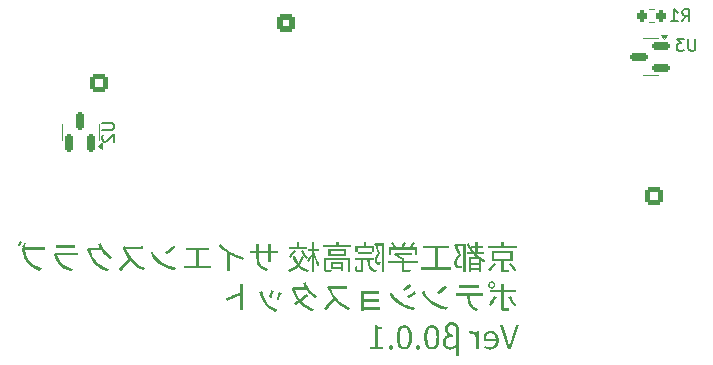
<source format=gbr>
%TF.GenerationSoftware,KiCad,Pcbnew,9.0.1*%
%TF.CreationDate,2025-06-22T18:16:10+09:00*%
%TF.ProjectId,SMU,534d552e-6b69-4636-9164-5f7063625858,rev?*%
%TF.SameCoordinates,Original*%
%TF.FileFunction,Legend,Bot*%
%TF.FilePolarity,Positive*%
%FSLAX46Y46*%
G04 Gerber Fmt 4.6, Leading zero omitted, Abs format (unit mm)*
G04 Created by KiCad (PCBNEW 9.0.1) date 2025-06-22 18:16:10*
%MOMM*%
%LPD*%
G01*
G04 APERTURE LIST*
G04 Aperture macros list*
%AMRoundRect*
0 Rectangle with rounded corners*
0 $1 Rounding radius*
0 $2 $3 $4 $5 $6 $7 $8 $9 X,Y pos of 4 corners*
0 Add a 4 corners polygon primitive as box body*
4,1,4,$2,$3,$4,$5,$6,$7,$8,$9,$2,$3,0*
0 Add four circle primitives for the rounded corners*
1,1,$1+$1,$2,$3*
1,1,$1+$1,$4,$5*
1,1,$1+$1,$6,$7*
1,1,$1+$1,$8,$9*
0 Add four rect primitives between the rounded corners*
20,1,$1+$1,$2,$3,$4,$5,0*
20,1,$1+$1,$4,$5,$6,$7,0*
20,1,$1+$1,$6,$7,$8,$9,0*
20,1,$1+$1,$8,$9,$2,$3,0*%
%AMFreePoly0*
4,1,37,0.603843,0.796157,0.639018,0.796157,0.711114,0.766294,0.766294,0.711114,0.796157,0.639018,0.796157,0.603843,0.800000,0.600000,0.800000,-0.600000,0.796157,-0.603843,0.796157,-0.639018,0.766294,-0.711114,0.711114,-0.766294,0.639018,-0.796157,0.603843,-0.796157,0.600000,-0.800000,0.000000,-0.800000,0.000000,-0.796148,-0.078414,-0.796148,-0.232228,-0.765552,-0.377117,-0.705537,
-0.507515,-0.618408,-0.618408,-0.507515,-0.705537,-0.377117,-0.765552,-0.232228,-0.796148,-0.078414,-0.796148,0.078414,-0.765552,0.232228,-0.705537,0.377117,-0.618408,0.507515,-0.507515,0.618408,-0.377117,0.705537,-0.232228,0.765552,-0.078414,0.796148,0.000000,0.796148,0.000000,0.800000,0.600000,0.800000,0.603843,0.796157,0.603843,0.796157,$1*%
%AMFreePoly1*
4,1,37,0.000000,0.796148,0.078414,0.796148,0.232228,0.765552,0.377117,0.705537,0.507515,0.618408,0.618408,0.507515,0.705537,0.377117,0.765552,0.232228,0.796148,0.078414,0.796148,-0.078414,0.765552,-0.232228,0.705537,-0.377117,0.618408,-0.507515,0.507515,-0.618408,0.377117,-0.705537,0.232228,-0.765552,0.078414,-0.796148,0.000000,-0.796148,0.000000,-0.800000,-0.600000,-0.800000,
-0.603843,-0.796157,-0.639018,-0.796157,-0.711114,-0.766294,-0.766294,-0.711114,-0.796157,-0.639018,-0.796157,-0.603843,-0.800000,-0.600000,-0.800000,0.600000,-0.796157,0.603843,-0.796157,0.639018,-0.766294,0.711114,-0.711114,0.766294,-0.639018,0.796157,-0.603843,0.796157,-0.600000,0.800000,0.000000,0.800000,0.000000,0.796148,0.000000,0.796148,$1*%
G04 Aperture macros list end*
%ADD10C,0.100000*%
%ADD11C,0.150000*%
%ADD12C,0.120000*%
%ADD13C,1.270000*%
%ADD14RoundRect,0.250000X0.550000X0.550000X-0.550000X0.550000X-0.550000X-0.550000X0.550000X-0.550000X0*%
%ADD15C,1.600000*%
%ADD16RoundRect,0.250001X-0.499999X0.499999X-0.499999X-0.499999X0.499999X-0.499999X0.499999X0.499999X0*%
%ADD17C,1.500000*%
%ADD18RoundRect,0.250000X-0.550000X0.550000X-0.550000X-0.550000X0.550000X-0.550000X0.550000X0.550000X0*%
%ADD19C,2.200000*%
%ADD20O,1.600000X2.500000*%
%ADD21O,3.500000X7.000000*%
%ADD22RoundRect,0.250000X-0.550000X-0.550000X0.550000X-0.550000X0.550000X0.550000X-0.550000X0.550000X0*%
%ADD23RoundRect,0.250000X0.550000X-0.550000X0.550000X0.550000X-0.550000X0.550000X-0.550000X-0.550000X0*%
%ADD24RoundRect,0.250001X0.499999X-0.499999X0.499999X0.499999X-0.499999X0.499999X-0.499999X-0.499999X0*%
%ADD25C,1.700000*%
%ADD26R,1.500000X1.500000*%
%ADD27C,1.850000*%
%ADD28RoundRect,0.200000X0.600000X-0.600000X0.600000X0.600000X-0.600000X0.600000X-0.600000X-0.600000X0*%
%ADD29FreePoly0,90.000000*%
%ADD30FreePoly1,90.000000*%
%ADD31RoundRect,0.150000X0.150000X-0.587500X0.150000X0.587500X-0.150000X0.587500X-0.150000X-0.587500X0*%
%ADD32RoundRect,0.200000X0.200000X0.275000X-0.200000X0.275000X-0.200000X-0.275000X0.200000X-0.275000X0*%
%ADD33RoundRect,0.150000X0.587500X0.150000X-0.587500X0.150000X-0.587500X-0.150000X0.587500X-0.150000X0*%
G04 APERTURE END LIST*
D10*
G36*
X76307557Y-178252745D02*
G01*
X75550404Y-178252745D01*
X75550404Y-178967522D01*
X75553999Y-178992608D01*
X75562983Y-179006601D01*
X75579024Y-179014982D01*
X75611831Y-179020645D01*
X75699881Y-179020645D01*
X75847770Y-179020645D01*
X76030586Y-179017836D01*
X75987233Y-179117243D01*
X75957923Y-179216650D01*
X75651887Y-179212376D01*
X75536631Y-179202838D01*
X75457714Y-179185875D01*
X75392290Y-179153172D01*
X75357208Y-179112969D01*
X75339275Y-179059130D01*
X75332051Y-178973018D01*
X75332051Y-178252745D01*
X74534720Y-178252745D01*
X74534720Y-178067976D01*
X74756004Y-178067976D01*
X76100317Y-178067976D01*
X76100317Y-177608921D01*
X74756004Y-177608921D01*
X74756004Y-178067976D01*
X74534720Y-178067976D01*
X74534720Y-177424030D01*
X76307557Y-177424030D01*
X76307557Y-178252745D01*
G37*
G36*
X74912808Y-178510544D02*
G01*
X74719734Y-178719371D01*
X74530690Y-178940778D01*
X74448722Y-179047014D01*
X74391960Y-179132630D01*
X74190338Y-179023454D01*
X74336029Y-178834288D01*
X74527882Y-178619965D01*
X74725230Y-178418098D01*
X74912808Y-178510544D01*
G37*
G36*
X76249403Y-178512662D02*
G01*
X76324532Y-178618499D01*
X76409528Y-178720830D01*
X76503562Y-178818900D01*
X76603690Y-178909934D01*
X76705062Y-178989870D01*
X76618356Y-179044459D01*
X76537145Y-179113091D01*
X76432935Y-179027137D01*
X76328684Y-178928077D01*
X76229445Y-178821704D01*
X76135610Y-178709602D01*
X76049815Y-178593964D01*
X75980272Y-178485387D01*
X76192885Y-178415411D01*
X76249403Y-178512662D01*
G37*
G36*
X75553213Y-176968761D02*
G01*
X76651939Y-176968761D01*
X76651939Y-177170383D01*
X74212686Y-177170383D01*
X74212686Y-176968761D01*
X75332051Y-176968761D01*
X75332051Y-176641231D01*
X75553213Y-176641231D01*
X75553213Y-176968761D01*
G37*
G36*
X73786238Y-176970715D02*
G01*
X72806336Y-176970715D01*
X72806336Y-177158293D01*
X73786238Y-177158293D01*
X73786238Y-176970715D01*
G37*
G36*
X73489727Y-178862131D02*
G01*
X72702899Y-178862131D01*
X72702899Y-179038597D01*
X73489727Y-179038597D01*
X73489727Y-178862131D01*
G37*
G36*
X73489727Y-178397093D02*
G01*
X72700090Y-178397093D01*
X72700090Y-178565132D01*
X73489727Y-178565132D01*
X73489727Y-178397093D01*
G37*
G36*
X73915076Y-177494005D02*
G01*
X72464030Y-177494005D01*
X72464030Y-177681584D01*
X73915076Y-177681584D01*
X73915076Y-177494005D01*
G37*
G36*
X73355027Y-176668342D02*
G01*
X73159145Y-176668342D01*
X73159145Y-177611608D01*
X73355027Y-177611608D01*
X73355027Y-176668342D01*
G37*
G36*
X72609965Y-176741004D02*
G01*
X72418967Y-176799867D01*
X72544126Y-177055924D01*
X72685228Y-177293888D01*
X72842310Y-177514904D01*
X73015652Y-177719930D01*
X73205966Y-177910924D01*
X73407302Y-178082753D01*
X73620135Y-178236198D01*
X73845101Y-178371814D01*
X73880150Y-178317470D01*
X73929120Y-178251769D01*
X73976748Y-178201454D01*
X73752865Y-178077677D01*
X73543625Y-177936661D01*
X73348144Y-177778021D01*
X73165739Y-177601106D01*
X73000116Y-177409013D01*
X72852530Y-177202286D01*
X72722531Y-176979996D01*
X72609965Y-176741004D01*
G37*
G36*
X73425369Y-177947686D02*
G01*
X72711325Y-177947686D01*
X72711325Y-178121221D01*
X73425369Y-178121221D01*
X73425369Y-179203827D01*
X73615757Y-179203827D01*
X73615757Y-178070785D01*
X73500963Y-177947686D01*
X73425369Y-177947686D01*
G37*
G36*
X72792536Y-177947686D02*
G01*
X72590914Y-177947686D01*
X72590914Y-179164626D01*
X72792536Y-179164626D01*
X72792536Y-177947686D01*
G37*
G36*
X72342885Y-176805484D02*
G01*
X71509895Y-176805484D01*
X71509895Y-177004298D01*
X72135767Y-177004298D01*
X72135767Y-179217749D01*
X72342885Y-179217749D01*
X72342885Y-176805484D01*
G37*
G36*
X71560209Y-176805484D02*
G01*
X71521130Y-176805484D01*
X71487424Y-176797180D01*
X71336238Y-176892313D01*
X71530655Y-177318639D01*
X71741803Y-177739225D01*
X71604027Y-177870679D01*
X71512581Y-177986399D01*
X71443971Y-178105598D01*
X71402062Y-178211224D01*
X71377690Y-178317207D01*
X71369822Y-178417976D01*
X71378453Y-178544023D01*
X71402062Y-178644145D01*
X71429240Y-178703249D01*
X71465863Y-178750120D01*
X71512459Y-178786538D01*
X71592769Y-178826563D01*
X71702602Y-178850896D01*
X71828387Y-178856514D01*
X71965286Y-178853705D01*
X71983482Y-178750024D01*
X72002330Y-178693773D01*
X72026835Y-178646343D01*
X71895554Y-178653426D01*
X71789431Y-178651960D01*
X71716769Y-178643534D01*
X71658028Y-178621308D01*
X71618000Y-178586211D01*
X71590983Y-178534602D01*
X71577247Y-178473473D01*
X71574253Y-178400512D01*
X71582455Y-178312888D01*
X71608503Y-178216323D01*
X71655341Y-178108764D01*
X71717832Y-178009849D01*
X71815407Y-177896661D01*
X71956981Y-177766580D01*
X71845362Y-177536137D01*
X71736308Y-177294459D01*
X71638489Y-177065359D01*
X71560209Y-176872651D01*
X71560209Y-176805484D01*
G37*
G36*
X70944473Y-176958258D02*
G01*
X68715757Y-176958258D01*
X68715757Y-177173925D01*
X70944473Y-177173925D01*
X70944473Y-176958258D01*
G37*
G36*
X71090163Y-178791789D02*
G01*
X68572875Y-178791789D01*
X68572875Y-179001838D01*
X71090163Y-179001838D01*
X71090163Y-178791789D01*
G37*
G36*
X69958953Y-177067557D02*
G01*
X69726556Y-177067557D01*
X69726556Y-178878618D01*
X69958953Y-178878618D01*
X69958953Y-177067557D01*
G37*
G36*
X67794351Y-177588161D02*
G01*
X66402899Y-177588161D01*
X66402899Y-177772930D01*
X67794351Y-177772930D01*
X67794351Y-177588161D01*
G37*
G36*
X68264274Y-178225635D02*
G01*
X65785819Y-178225635D01*
X65785819Y-178424448D01*
X68264274Y-178424448D01*
X68264274Y-178225635D01*
G37*
G36*
X67137581Y-178024012D02*
G01*
X66924846Y-178024012D01*
X66924846Y-178965812D01*
X66933154Y-179054216D01*
X66954155Y-179111015D01*
X66993323Y-179153378D01*
X67061866Y-179186486D01*
X67143600Y-179203793D01*
X67261779Y-179214452D01*
X67579173Y-179220069D01*
X67616908Y-179116388D01*
X67671374Y-179015638D01*
X67467309Y-179019790D01*
X67303911Y-179021256D01*
X67207435Y-179018447D01*
X67169599Y-179012334D01*
X67151625Y-179003060D01*
X67141469Y-178987711D01*
X67137581Y-178962637D01*
X67137581Y-178024012D01*
G37*
G36*
X66467257Y-177588161D02*
G01*
X66416943Y-177588161D01*
X66372369Y-177576926D01*
X66235715Y-177678897D01*
X66336577Y-177772003D01*
X66456510Y-177868185D01*
X66584401Y-177958707D01*
X66719438Y-178043429D01*
X66857517Y-178119998D01*
X66989204Y-178183625D01*
X67046723Y-178117801D01*
X67106807Y-178060404D01*
X66988892Y-178002887D01*
X66865983Y-177934009D01*
X66746785Y-177858431D01*
X66639204Y-177780990D01*
X66540921Y-177699835D01*
X66467257Y-177627850D01*
X66467257Y-177588161D01*
G37*
G36*
X68208342Y-177108590D02*
G01*
X65833447Y-177108590D01*
X65833447Y-177735683D01*
X66043374Y-177735683D01*
X66043374Y-177298977D01*
X68006720Y-177298977D01*
X68006720Y-177735683D01*
X68208342Y-177735683D01*
X68208342Y-177108590D01*
G37*
G36*
X66205307Y-176660526D02*
G01*
X65984633Y-176736120D01*
X66178440Y-176996605D01*
X66369438Y-177220575D01*
X66537843Y-177147791D01*
X66419019Y-176997948D01*
X66298852Y-176824413D01*
X66205307Y-176660526D01*
G37*
G36*
X68015512Y-176758590D02*
G01*
X67839047Y-176677379D01*
X67760137Y-176768001D01*
X67681144Y-176871919D01*
X67612317Y-176978626D01*
X67570746Y-177063771D01*
X67755272Y-177156217D01*
X67796330Y-177072705D01*
X67864448Y-176963021D01*
X68015512Y-176758590D01*
G37*
G36*
X67297194Y-176699727D02*
G01*
X67115233Y-176629752D01*
X67047258Y-176734011D01*
X66979190Y-176852379D01*
X66920222Y-176971030D01*
X66885279Y-177060963D01*
X67081650Y-177139364D01*
X67111878Y-177046784D01*
X67167013Y-176925163D01*
X67232294Y-176804338D01*
X67297194Y-176699727D01*
G37*
G36*
X63920781Y-176652711D02*
G01*
X63713541Y-176652711D01*
X63713541Y-177066580D01*
X63920781Y-177066580D01*
X63920781Y-176652711D01*
G37*
G36*
X64595502Y-176962899D02*
G01*
X62985453Y-176962899D01*
X62985453Y-177477152D01*
X63181458Y-177477152D01*
X63181458Y-177147669D01*
X64405115Y-177147669D01*
X64405115Y-177479961D01*
X64595502Y-177479961D01*
X64595502Y-176962899D01*
G37*
G36*
X64368845Y-177463108D02*
G01*
X63212355Y-177463108D01*
X63212355Y-177648000D01*
X64368845Y-177648000D01*
X64368845Y-177463108D01*
G37*
G36*
X64562651Y-177968080D02*
G01*
X62980568Y-177968080D01*
X62980568Y-178158590D01*
X64562651Y-178158590D01*
X64562651Y-177968080D01*
G37*
G36*
X64183953Y-178049291D02*
G01*
X63982452Y-178049291D01*
X63999513Y-178271074D01*
X64025928Y-178460352D01*
X64068889Y-178637224D01*
X64129487Y-178788492D01*
X64183192Y-178880194D01*
X64250044Y-178964132D01*
X64330987Y-179040917D01*
X64421628Y-179106399D01*
X64532969Y-179167805D01*
X64668164Y-179224588D01*
X64696252Y-179168534D01*
X64739605Y-179108328D01*
X64785767Y-179062166D01*
X64663162Y-179013458D01*
X64563488Y-178960917D01*
X64483517Y-178905118D01*
X64381316Y-178803945D01*
X64307173Y-178689085D01*
X64255599Y-178559343D01*
X64220467Y-178405642D01*
X64199167Y-178241102D01*
X64183953Y-178049291D01*
G37*
G36*
X63666036Y-178035369D02*
G01*
X63467222Y-178035369D01*
X63467222Y-178913667D01*
X63463547Y-178961847D01*
X63455987Y-178981078D01*
X63439758Y-178990585D01*
X63399933Y-178995000D01*
X63346810Y-178995000D01*
X63265600Y-178995000D01*
X63209424Y-178995000D01*
X63182373Y-178988612D01*
X63163262Y-178969720D01*
X63151358Y-178937968D01*
X63140914Y-178869947D01*
X63131022Y-178643778D01*
X63078143Y-178677484D01*
X63012564Y-178705572D01*
X62952602Y-178725233D01*
X62966019Y-178894806D01*
X62984842Y-179005746D01*
X63017168Y-179095953D01*
X63056161Y-179144720D01*
X63110014Y-179172300D01*
X63187564Y-179182578D01*
X63236657Y-179182578D01*
X63310785Y-179182578D01*
X63382103Y-179182578D01*
X63428265Y-179182578D01*
X63517396Y-179175755D01*
X63575055Y-179158642D01*
X63618409Y-179126523D01*
X63646496Y-179075966D01*
X63660463Y-179011355D01*
X63666036Y-178913300D01*
X63666036Y-178035369D01*
G37*
G36*
X65408342Y-176764696D02*
G01*
X64749375Y-176764696D01*
X64749375Y-176955083D01*
X65220764Y-176955083D01*
X65220764Y-179221779D01*
X65408342Y-179221779D01*
X65408342Y-176764696D01*
G37*
G36*
X64810924Y-176764696D02*
G01*
X64774532Y-176764696D01*
X64744124Y-176756392D01*
X64608569Y-176837480D01*
X64696252Y-177081967D01*
X64790896Y-177339155D01*
X64886762Y-177578025D01*
X64790235Y-177698995D01*
X64724352Y-177806262D01*
X64683674Y-177902013D01*
X64646301Y-178050637D01*
X64634581Y-178183747D01*
X64641657Y-178292001D01*
X64661203Y-178380118D01*
X64697001Y-178455312D01*
X64746810Y-178506270D01*
X64812634Y-178538510D01*
X64892501Y-178556706D01*
X65080446Y-178562323D01*
X65095956Y-178470000D01*
X65112060Y-178419336D01*
X65133691Y-178377554D01*
X65043810Y-178380362D01*
X64970903Y-178380362D01*
X64918531Y-178372100D01*
X64881022Y-178355083D01*
X64853311Y-178324322D01*
X64834738Y-178277903D01*
X64822159Y-178164207D01*
X64834387Y-178044886D01*
X64874061Y-177907630D01*
X64915733Y-177819141D01*
X64981767Y-177718400D01*
X65077637Y-177603182D01*
X65000457Y-177400582D01*
X64927428Y-177188213D01*
X64862948Y-176988300D01*
X64810924Y-176823436D01*
X64810924Y-176764696D01*
G37*
G36*
X60537163Y-178002885D02*
G01*
X62530184Y-178002885D01*
X62530184Y-179220069D01*
X62325753Y-179220069D01*
X62325753Y-178182159D01*
X60537163Y-178182159D01*
X60537163Y-178965202D01*
X60540792Y-178990381D01*
X60549863Y-179004403D01*
X60565933Y-179012777D01*
X60598956Y-179018447D01*
X60740495Y-179019790D01*
X60985715Y-179015638D01*
X60943705Y-179113702D01*
X60918548Y-179214452D01*
X60625823Y-179210300D01*
X60515893Y-179199903D01*
X60442152Y-179180868D01*
X60384168Y-179148001D01*
X60351050Y-179105031D01*
X60333908Y-179049487D01*
X60327236Y-178967766D01*
X60327236Y-178002885D01*
X60537163Y-178002885D01*
G37*
G36*
X61873660Y-178364242D02*
G01*
X61971601Y-178364242D01*
X61971601Y-179098681D01*
X61786831Y-179098681D01*
X61786831Y-178955921D01*
X60904504Y-178955921D01*
X60904504Y-178518237D01*
X61092083Y-178518237D01*
X61092083Y-178801926D01*
X61786831Y-178801926D01*
X61786831Y-178518237D01*
X61092083Y-178518237D01*
X60904504Y-178518237D01*
X60904504Y-178364242D01*
X61873660Y-178364242D01*
G37*
G36*
X62192519Y-177830450D02*
G01*
X60678824Y-177830450D01*
X60678824Y-177673646D01*
X60888872Y-177673646D01*
X61990896Y-177673646D01*
X61990896Y-177406078D01*
X60888872Y-177406078D01*
X60888872Y-177673646D01*
X60678824Y-177673646D01*
X60678824Y-177252083D01*
X62192519Y-177252083D01*
X62192519Y-177830450D01*
G37*
G36*
X61561029Y-176908189D02*
G01*
X62656214Y-176908189D01*
X62656214Y-177092958D01*
X60223555Y-177092958D01*
X60223555Y-176908189D01*
X61345362Y-176908189D01*
X61345362Y-176639399D01*
X61561029Y-176639399D01*
X61561029Y-176908189D01*
G37*
G36*
X58917222Y-177056688D02*
G01*
X57377759Y-177056688D01*
X57377759Y-177252693D01*
X58917222Y-177252693D01*
X58917222Y-177056688D01*
G37*
G36*
X58254225Y-176645017D02*
G01*
X58049794Y-176645017D01*
X58049794Y-177149134D01*
X58254225Y-177149134D01*
X58254225Y-176645017D01*
G37*
G36*
X58543531Y-177334881D02*
G01*
X58352533Y-177413283D01*
X58448608Y-177583781D01*
X58567466Y-177756078D01*
X58700565Y-177916234D01*
X58835767Y-178048558D01*
X58904521Y-177981392D01*
X58981702Y-177919842D01*
X58853241Y-177797860D01*
X58729033Y-177647023D01*
X58621432Y-177484728D01*
X58543531Y-177334881D01*
G37*
G36*
X57960034Y-177419755D02*
G01*
X57797735Y-177327431D01*
X57614431Y-177524413D01*
X57446514Y-177735317D01*
X57375924Y-177838216D01*
X57327445Y-177925338D01*
X57503789Y-178029019D01*
X57549432Y-177941370D01*
X57617117Y-177836189D01*
X57779539Y-177620889D01*
X57960034Y-177419755D01*
G37*
G36*
X58454138Y-177847058D02*
G01*
X58381307Y-178024385D01*
X58294079Y-178193105D01*
X58192187Y-178353862D01*
X58076306Y-178504635D01*
X57948912Y-178641582D01*
X57809581Y-178765411D01*
X57658506Y-178874066D01*
X57496268Y-178965412D01*
X57321828Y-179039818D01*
X57373607Y-179094406D01*
X57428196Y-179161573D01*
X57470205Y-179224588D01*
X57648012Y-179139065D01*
X57814036Y-179036131D01*
X57969193Y-178915254D01*
X58111668Y-178779148D01*
X58241896Y-178628695D01*
X58360226Y-178463039D01*
X58464099Y-178287425D01*
X58556176Y-178099170D01*
X58636343Y-177897372D01*
X58454138Y-177847058D01*
G37*
G36*
X57890425Y-177830205D02*
G01*
X57677323Y-177875024D01*
X57747298Y-178072890D01*
X57832784Y-178260235D01*
X57933900Y-178437882D01*
X58051718Y-178604352D01*
X58187008Y-178757629D01*
X58340687Y-178898401D01*
X58508897Y-179021522D01*
X58700271Y-179131311D01*
X58917222Y-179227397D01*
X58948119Y-179172808D01*
X58988663Y-179112602D01*
X59029207Y-179062166D01*
X58825148Y-178975810D01*
X58645055Y-178875829D01*
X58486622Y-178762602D01*
X58341954Y-178632368D01*
X58216549Y-178491630D01*
X58109267Y-178339818D01*
X58018767Y-178177256D01*
X57945942Y-178007666D01*
X57890425Y-177830205D01*
G37*
G36*
X59891751Y-177242191D02*
G01*
X58942501Y-177242191D01*
X58942501Y-177441004D01*
X59891751Y-177441004D01*
X59891751Y-177242191D01*
G37*
G36*
X59480080Y-176645017D02*
G01*
X59284075Y-176645017D01*
X59284075Y-179216161D01*
X59480080Y-179216161D01*
X59480080Y-176645017D01*
G37*
G36*
X59485575Y-177368464D02*
G01*
X59354050Y-177413283D01*
X59438070Y-177760352D01*
X59552864Y-178113161D01*
X59620445Y-178282808D01*
X59690129Y-178435073D01*
X59765936Y-178576921D01*
X59838506Y-178689818D01*
X59887599Y-178594685D01*
X59947683Y-178505048D01*
X59877954Y-178403906D01*
X59806388Y-178278269D01*
X59740480Y-178143216D01*
X59676207Y-177992749D01*
X59565443Y-177679263D01*
X59520523Y-177520175D01*
X59485575Y-177368464D01*
G37*
G36*
X59298119Y-177637009D02*
G01*
X59216908Y-177739225D01*
X59102114Y-177900181D01*
X58988663Y-178062602D01*
X58917222Y-178168970D01*
X59034947Y-178331392D01*
X59109197Y-178194249D01*
X59212756Y-178019249D01*
X59316315Y-177851210D01*
X59396060Y-177729455D01*
X59298119Y-177637009D01*
G37*
G36*
X54591315Y-177709183D02*
G01*
X54600662Y-177981237D01*
X54626364Y-178204874D01*
X54656556Y-178346443D01*
X54698227Y-178473805D01*
X54750806Y-178588457D01*
X54817143Y-178695279D01*
X54898434Y-178794468D01*
X54995781Y-178886556D01*
X55103364Y-178967060D01*
X55234299Y-179046061D01*
X55391821Y-179123227D01*
X55579399Y-178946762D01*
X55394328Y-178865431D01*
X55243565Y-178781653D01*
X55153242Y-178716565D01*
X55074205Y-178642077D01*
X55005673Y-178557683D01*
X54949521Y-178464496D01*
X54901662Y-178353375D01*
X54862913Y-178221605D01*
X54837768Y-178086373D01*
X54821257Y-177922630D01*
X54815286Y-177726036D01*
X54815286Y-177045575D01*
X54820903Y-176898663D01*
X54829330Y-176815987D01*
X54577271Y-176815987D01*
X54585697Y-176898663D01*
X54591315Y-177045575D01*
X54591315Y-177709183D01*
G37*
G36*
X55598939Y-176832840D02*
G01*
X55607365Y-176908433D01*
X55612983Y-177037149D01*
X55612983Y-178061992D01*
X55610174Y-178167016D01*
X55604556Y-178262271D01*
X55601748Y-178316737D01*
X55848189Y-178316737D01*
X55845380Y-178263614D01*
X55839762Y-178169825D01*
X55836953Y-178061992D01*
X55836953Y-177037149D01*
X55839762Y-176935055D01*
X55848189Y-176832840D01*
X55598939Y-176832840D01*
G37*
G36*
X56419351Y-177375914D02*
G01*
X56361953Y-177382997D01*
X56256929Y-177391423D01*
X56139326Y-177395575D01*
X54283325Y-177395575D01*
X54123712Y-177389958D01*
X54025648Y-177381531D01*
X54025648Y-177619546D01*
X54120903Y-177614050D01*
X54283325Y-177611242D01*
X56139326Y-177611242D01*
X56256929Y-177612585D01*
X56359145Y-177616737D01*
X56419351Y-177619546D01*
X56419351Y-177375914D01*
G37*
G36*
X53569159Y-177984200D02*
G01*
X53213858Y-177874365D01*
X52891629Y-177746308D01*
X52590224Y-177600580D01*
X52345624Y-177460544D01*
X52202031Y-177364551D01*
X52061448Y-177260387D01*
X51926203Y-177149695D01*
X51799619Y-177034951D01*
X51681484Y-176916020D01*
X51581144Y-176802554D01*
X51393565Y-176976210D01*
X51515165Y-177099946D01*
X51648433Y-177222651D01*
X51788872Y-177340066D01*
X51938227Y-177453583D01*
X52255987Y-177667784D01*
X52603178Y-177858293D01*
X52800507Y-177952474D01*
X53014849Y-178043063D01*
X53457173Y-178202554D01*
X53569159Y-177984200D01*
G37*
G36*
X52390443Y-177578147D02*
G01*
X52149619Y-177505362D01*
X52149619Y-178782142D01*
X52148276Y-178894249D01*
X52142658Y-179003304D01*
X52132766Y-179081828D01*
X52407173Y-179081828D01*
X52400212Y-179003304D01*
X52393251Y-178894249D01*
X52390443Y-178782142D01*
X52390443Y-177578147D01*
G37*
G36*
X50631039Y-177123489D02*
G01*
X50506475Y-177136189D01*
X50395833Y-177140341D01*
X48855882Y-177140341D01*
X48729975Y-177134724D01*
X48617868Y-177123489D01*
X48617868Y-177369930D01*
X48734127Y-177361503D01*
X48855882Y-177358695D01*
X50395833Y-177358695D01*
X50506475Y-177361503D01*
X50631039Y-177369930D01*
X50631039Y-177123489D01*
G37*
G36*
X49765931Y-178766510D02*
G01*
X49765931Y-177263562D01*
X49527916Y-177263562D01*
X49527916Y-178766510D01*
X49765931Y-178766510D01*
G37*
G36*
X50801887Y-178629246D02*
G01*
X50677323Y-178641946D01*
X50555446Y-178646099D01*
X48704696Y-178646099D01*
X48582941Y-178640481D01*
X48472299Y-178629246D01*
X48472299Y-178884113D01*
X48595519Y-178875687D01*
X48704696Y-178872878D01*
X50555446Y-178872878D01*
X50674515Y-178875687D01*
X50801887Y-178884113D01*
X50801887Y-178629246D01*
G37*
G36*
X47601451Y-176942627D02*
G01*
X47427916Y-177067191D01*
X47227759Y-177223995D01*
X47035907Y-177384951D01*
X46887529Y-177522215D01*
X47063872Y-177698558D01*
X47201137Y-177567034D01*
X47385907Y-177403269D01*
X47584720Y-177240847D01*
X47761064Y-177113353D01*
X47601451Y-176942627D01*
G37*
G36*
X47842274Y-178818656D02*
G01*
X47602096Y-178774143D01*
X47392868Y-178717784D01*
X47195473Y-178647958D01*
X47021985Y-178572215D01*
X46859345Y-178488997D01*
X46722299Y-178409794D01*
X46514907Y-178265175D01*
X46324672Y-178100460D01*
X46152276Y-177920452D01*
X46005568Y-177737882D01*
X45879352Y-177549546D01*
X45787093Y-177379455D01*
X45652637Y-177617348D01*
X45756989Y-177789244D01*
X45887965Y-177970279D01*
X46035854Y-178144653D01*
X46204382Y-178314661D01*
X46388866Y-178471368D01*
X46593461Y-178614225D01*
X46737644Y-178698949D01*
X46900108Y-178785073D01*
X47071719Y-178864027D01*
X47264152Y-178937602D01*
X47466881Y-178998706D01*
X47693897Y-179048244D01*
X47842274Y-178818656D01*
G37*
G36*
X43253806Y-177122878D02*
G01*
X43288733Y-177177588D01*
X43323782Y-177246099D01*
X43383105Y-177385785D01*
X43463733Y-177549937D01*
X43555059Y-177714813D01*
X43656929Y-177878932D01*
X43767461Y-178035406D01*
X43880900Y-178172878D01*
X44041386Y-178342773D01*
X44219787Y-178510300D01*
X44409315Y-178668354D01*
X44608988Y-178815481D01*
X44818092Y-178947045D01*
X45034581Y-179057648D01*
X45213733Y-178870069D01*
X44991880Y-178769878D01*
X44778370Y-178647564D01*
X44575574Y-178507820D01*
X44386360Y-178356304D01*
X44210487Y-178195243D01*
X44060174Y-178038545D01*
X43966899Y-177924710D01*
X43871130Y-177793447D01*
X43781914Y-177655709D01*
X43703213Y-177516353D01*
X43637080Y-177376695D01*
X43595380Y-177260143D01*
X43701748Y-177260143D01*
X43900561Y-177260143D01*
X44141385Y-177260143D01*
X44382208Y-177260143D01*
X44579556Y-177260143D01*
X44687390Y-177260143D01*
X44795223Y-177262951D01*
X44904399Y-177268447D01*
X44970101Y-177274064D01*
X44970101Y-177019319D01*
X44898782Y-177026402D01*
X44788262Y-177033363D01*
X44687390Y-177036050D01*
X44575404Y-177036050D01*
X44380865Y-177036050D01*
X44144193Y-177036050D01*
X43907644Y-177036050D01*
X43712983Y-177036050D01*
X43606615Y-177036050D01*
X43481929Y-177030554D01*
X43396566Y-177013702D01*
X43253806Y-177122878D01*
G37*
G36*
X43844508Y-178024501D02*
G01*
X43607958Y-178234549D01*
X43368600Y-178471099D01*
X43150247Y-178703496D01*
X42976591Y-178903653D01*
X43172595Y-179071692D01*
X43277010Y-178936248D01*
X43407801Y-178782020D01*
X43697595Y-178471099D01*
X43851928Y-178320278D01*
X44004120Y-178184113D01*
X43844508Y-178024501D01*
G37*
G36*
X40252184Y-177245122D02*
G01*
X40288576Y-177316563D01*
X40316542Y-177393499D01*
X40359803Y-177535697D01*
X40423032Y-177700146D01*
X40499182Y-177865726D01*
X40591071Y-178036102D01*
X40695930Y-178200830D01*
X40814919Y-178356671D01*
X40948213Y-178505181D01*
X41099476Y-178646549D01*
X41269944Y-178780921D01*
X41451988Y-178898589D01*
X41670195Y-179011340D01*
X41929399Y-179118342D01*
X42130900Y-178936381D01*
X41882204Y-178850894D01*
X41669036Y-178752955D01*
X41472808Y-178637696D01*
X41302184Y-178513597D01*
X41147600Y-178376543D01*
X41013733Y-178233572D01*
X40909806Y-178099434D01*
X40813576Y-177950739D01*
X40728660Y-177795231D01*
X40658237Y-177641406D01*
X40601275Y-177488372D01*
X40565792Y-177359916D01*
X41604556Y-177359916D01*
X41514919Y-177158293D01*
X41389012Y-177158293D01*
X41177620Y-177158293D01*
X40940949Y-177158293D01*
X40735174Y-177158293D01*
X40621723Y-177158293D01*
X40518164Y-177151332D01*
X40439762Y-177130327D01*
X40252184Y-177245122D01*
G37*
G36*
X41190198Y-176819528D02*
G01*
X41260174Y-176938597D01*
X41313297Y-177040690D01*
X41404828Y-177195906D01*
X41523346Y-177372494D01*
X41659002Y-177546588D01*
X41823032Y-177723960D01*
X42007257Y-177889778D01*
X42223346Y-178048681D01*
X42416542Y-177903112D01*
X42242327Y-177790357D01*
X42091821Y-177670715D01*
X41955682Y-177541928D01*
X41841228Y-177415969D01*
X41739228Y-177286944D01*
X41657801Y-177169528D01*
X41587685Y-177053583D01*
X41537390Y-176956671D01*
X41488419Y-176854577D01*
X41450561Y-176735509D01*
X41190198Y-176819528D01*
G37*
G36*
X39245048Y-176912707D02*
G01*
X39124637Y-176923820D01*
X38992990Y-176926629D01*
X38840460Y-176926629D01*
X38588401Y-176926629D01*
X38305568Y-176926629D01*
X38052166Y-176926629D01*
X37892554Y-176926629D01*
X37758220Y-176923820D01*
X37637808Y-176912707D01*
X37637808Y-177145104D01*
X37756877Y-177138143D01*
X37895362Y-177136678D01*
X38053632Y-177136678D01*
X38304225Y-177136678D01*
X38585593Y-177136678D01*
X38837651Y-177136678D01*
X38992990Y-177136678D01*
X39121828Y-177139487D01*
X39245048Y-177145104D01*
X39245048Y-176912707D01*
G37*
G36*
X37433377Y-177649466D02*
G01*
X37454382Y-177690010D01*
X37469769Y-177730676D01*
X37535643Y-177936228D01*
X37623886Y-178146256D01*
X37695706Y-178281093D01*
X37780469Y-178407372D01*
X37878632Y-178525687D01*
X38033253Y-178677240D01*
X38192182Y-178801544D01*
X38356004Y-178900844D01*
X38616476Y-179020939D01*
X38881004Y-179110771D01*
X39054661Y-178911957D01*
X38859600Y-178862601D01*
X38676055Y-178798189D01*
X38503039Y-178718883D01*
X38338879Y-178623145D01*
X38194774Y-178516707D01*
X38069019Y-178399535D01*
X37951737Y-178257120D01*
X37857627Y-178098628D01*
X37784443Y-177932208D01*
X37735750Y-177780746D01*
X37852009Y-177780746D01*
X38060593Y-177780746D01*
X38325230Y-177780746D01*
X38610872Y-177780746D01*
X38879661Y-177780746D01*
X39095205Y-177780746D01*
X39222578Y-177780746D01*
X39345799Y-177782212D01*
X39496985Y-177789173D01*
X39496985Y-177554089D01*
X39348607Y-177566667D01*
X39222578Y-177570819D01*
X39104975Y-177570819D01*
X38895048Y-177570819D01*
X38629068Y-177570819D01*
X38343426Y-177570819D01*
X38077445Y-177570819D01*
X37866053Y-177570819D01*
X37746985Y-177570819D01*
X37657470Y-177565324D01*
X37592990Y-177548593D01*
X37433377Y-177649466D01*
G37*
G36*
X34976905Y-176666388D02*
G01*
X34901311Y-176781182D01*
X34820101Y-176914173D01*
X34755743Y-177035928D01*
X34909738Y-177103094D01*
X34975561Y-176979874D01*
X35053963Y-176847006D01*
X35130900Y-176730746D01*
X34976905Y-176666388D01*
G37*
G36*
X34618600Y-176593604D02*
G01*
X34540198Y-176706933D01*
X34457644Y-176841388D01*
X34389012Y-176963143D01*
X34543007Y-177030310D01*
X34652184Y-176837236D01*
X34715228Y-176735956D01*
X34772595Y-176657962D01*
X34618600Y-176593604D01*
G37*
G36*
X34724968Y-177170383D02*
G01*
X34748782Y-177233398D01*
X34766978Y-177310334D01*
X34825718Y-177553967D01*
X34914012Y-177829839D01*
X34970102Y-177968941D01*
X35034424Y-178102780D01*
X35106921Y-178230115D01*
X35184145Y-178343604D01*
X35320017Y-178500067D01*
X35471252Y-178645976D01*
X35638082Y-178777685D01*
X35829556Y-178898035D01*
X36039270Y-179000256D01*
X36287390Y-179091109D01*
X36477777Y-178881182D01*
X36217196Y-178803171D01*
X36006022Y-178713265D01*
X35815243Y-178603964D01*
X35654556Y-178485020D01*
X35511061Y-178351581D01*
X35385767Y-178209148D01*
X35292504Y-178073705D01*
X35210767Y-177919354D01*
X35142567Y-177756985D01*
X35087547Y-177594633D01*
X35044862Y-177433586D01*
X35018914Y-177296413D01*
X35168757Y-177296413D01*
X35424968Y-177296413D01*
X35735767Y-177296413D01*
X36045223Y-177296413D01*
X36301434Y-177296413D01*
X36452498Y-177296413D01*
X36605150Y-177299221D01*
X36729713Y-177304717D01*
X36729713Y-177055589D01*
X36644351Y-177065359D01*
X36546409Y-177072320D01*
X36449811Y-177075129D01*
X36330743Y-177075129D01*
X36124968Y-177075129D01*
X35870223Y-177075129D01*
X35601434Y-177075129D01*
X35350840Y-177075129D01*
X35153370Y-177075129D01*
X35047002Y-177075129D01*
X34974218Y-177072320D01*
X34895816Y-177061207D01*
X34724968Y-177170383D01*
G37*
G36*
X75568112Y-180290415D02*
G01*
X75561029Y-180396538D01*
X75561029Y-180574347D01*
X75561029Y-180685233D01*
X75637721Y-180685233D01*
X75952306Y-180685233D01*
X76202777Y-180685233D01*
X76339675Y-180685233D01*
X76462773Y-180680959D01*
X76577445Y-180670823D01*
X76577445Y-180906395D01*
X76461430Y-180899434D01*
X76339675Y-180898091D01*
X76198503Y-180898091D01*
X75948154Y-180898091D01*
X75632103Y-180898091D01*
X75561029Y-180898091D01*
X75561029Y-180916898D01*
X75561029Y-181042805D01*
X75561029Y-181262379D01*
X75561029Y-181530924D01*
X75561029Y-181799347D01*
X75561029Y-182023073D01*
X75561029Y-182158750D01*
X75570125Y-182207191D01*
X75588995Y-182238496D01*
X75619572Y-182257589D01*
X75670205Y-182264996D01*
X75813087Y-182256692D01*
X75992240Y-182231413D01*
X75972700Y-182455383D01*
X75846793Y-182463810D01*
X75705254Y-182472236D01*
X75574951Y-182475045D01*
X75490818Y-182467620D01*
X75431408Y-182448136D01*
X75390303Y-182419113D01*
X75360546Y-182378317D01*
X75341338Y-182323804D01*
X75334249Y-182251318D01*
X75334249Y-182100254D01*
X75334249Y-181868101D01*
X75334249Y-181595282D01*
X75334249Y-181319776D01*
X75334249Y-181079197D01*
X75334249Y-180916898D01*
X75334249Y-180898091D01*
X75296514Y-180898091D01*
X74981929Y-180898091D01*
X74733046Y-180898091D01*
X74594560Y-180898091D01*
X74484040Y-180899434D01*
X74368025Y-180903586D01*
X74368025Y-180670823D01*
X74484040Y-180681081D01*
X74597369Y-180685233D01*
X74735732Y-180685233D01*
X74984738Y-180685233D01*
X75300788Y-180685233D01*
X75334249Y-180685233D01*
X75334249Y-180567264D01*
X75334249Y-180399347D01*
X75331441Y-180329494D01*
X75324480Y-180254023D01*
X75317397Y-180198091D01*
X75580690Y-180198091D01*
X75568112Y-180290415D01*
G37*
G36*
X76233063Y-181419427D02*
G01*
X76368862Y-181619218D01*
X76518583Y-181810826D01*
X76594873Y-181897264D01*
X76664152Y-181965921D01*
X76471078Y-182094515D01*
X76338087Y-181937955D01*
X76186901Y-181738042D01*
X76044019Y-181524207D01*
X75933377Y-181328447D01*
X76129382Y-181233436D01*
X76233063Y-181419427D01*
G37*
G36*
X74953353Y-181336873D02*
G01*
X74834895Y-181496242D01*
X74705202Y-181692002D01*
X74583813Y-181895945D01*
X74487581Y-182080471D01*
X74281196Y-181965921D01*
X74381702Y-181793974D01*
X74508586Y-181592718D01*
X74642431Y-181395614D01*
X74763698Y-181236123D01*
X74953353Y-181336873D01*
G37*
G36*
X74626154Y-179988373D02*
G01*
X74697875Y-180019672D01*
X74759433Y-180068436D01*
X74808028Y-180131413D01*
X74839278Y-180204472D01*
X74849794Y-180285041D01*
X74839278Y-180365610D01*
X74808028Y-180438670D01*
X74759373Y-180501369D01*
X74697875Y-180549068D01*
X74626243Y-180579248D01*
X74545833Y-180589490D01*
X74462895Y-180579205D01*
X74389762Y-180549068D01*
X74327362Y-180501200D01*
X74279609Y-180438670D01*
X74249385Y-180365689D01*
X74239187Y-180285041D01*
X74365216Y-180285041D01*
X74378495Y-180354519D01*
X74418094Y-180411926D01*
X74476281Y-180450617D01*
X74545833Y-180463583D01*
X74612844Y-180450695D01*
X74669542Y-180411926D01*
X74707997Y-180354635D01*
X74720956Y-180285041D01*
X74707993Y-180215469D01*
X74669542Y-180158279D01*
X74612844Y-180119509D01*
X74545833Y-180106622D01*
X74476281Y-180119588D01*
X74418094Y-180158279D01*
X74378499Y-180215585D01*
X74365216Y-180285041D01*
X74239187Y-180285041D01*
X74249385Y-180204393D01*
X74279609Y-180131413D01*
X74327305Y-180068605D01*
X74389762Y-180019672D01*
X74462983Y-179988418D01*
X74545833Y-179977784D01*
X74626154Y-179988373D01*
G37*
G36*
X73433185Y-180283698D02*
G01*
X73311430Y-180294933D01*
X73181249Y-180300551D01*
X73017484Y-180300551D01*
X72758464Y-180300551D01*
X72467327Y-180300551D01*
X72208307Y-180300551D01*
X72047229Y-180300551D01*
X71917048Y-180296399D01*
X71786866Y-180283698D01*
X71786866Y-180516095D01*
X71917048Y-180509134D01*
X72047229Y-180507791D01*
X72206842Y-180507791D01*
X72464518Y-180507791D01*
X72755655Y-180507791D01*
X73016018Y-180507791D01*
X73178440Y-180507791D01*
X73312896Y-180509134D01*
X73433185Y-180516095D01*
X73433185Y-180283698D01*
G37*
G36*
X73769263Y-180984431D02*
G01*
X73650195Y-180994200D01*
X73525631Y-180998353D01*
X73381528Y-180998353D01*
X73118356Y-180998353D01*
X72783743Y-180998353D01*
X72425317Y-180998353D01*
X72092048Y-180998353D01*
X71830219Y-180998353D01*
X71691612Y-180998353D01*
X71585244Y-180995544D01*
X71473258Y-180984431D01*
X71473258Y-181216706D01*
X71578283Y-181212554D01*
X71691612Y-181211088D01*
X71830219Y-181211088D01*
X72092048Y-181211088D01*
X72425317Y-181211088D01*
X72783743Y-181211088D01*
X73118356Y-181211088D01*
X73381528Y-181211088D01*
X73525631Y-181211088D01*
X73648852Y-181211088D01*
X73769263Y-181216706D01*
X73769263Y-180984431D01*
G37*
G36*
X72450474Y-181099103D02*
G01*
X72460352Y-181356647D01*
X72488332Y-181582093D01*
X72520366Y-181726464D01*
X72563887Y-181857160D01*
X72618391Y-181975568D01*
X72676173Y-182068391D01*
X72754312Y-182164490D01*
X72843907Y-182255198D01*
X72944699Y-182342299D01*
X73053391Y-182420674D01*
X73170013Y-182487990D01*
X73377131Y-182333995D01*
X73220381Y-182255280D01*
X73071950Y-182151912D01*
X72942222Y-182030300D01*
X72848101Y-181905593D01*
X72786001Y-181790061D01*
X72741246Y-181666835D01*
X72713646Y-181534588D01*
X72692901Y-181327721D01*
X72685680Y-181099103D01*
X72450474Y-181099103D01*
G37*
G36*
X70599357Y-180302627D02*
G01*
X70425823Y-180427191D01*
X70225666Y-180583995D01*
X70033813Y-180744951D01*
X69885436Y-180882215D01*
X70061779Y-181058558D01*
X70199043Y-180927034D01*
X70383813Y-180763269D01*
X70582627Y-180600847D01*
X70758970Y-180473353D01*
X70599357Y-180302627D01*
G37*
G36*
X70840181Y-182178656D02*
G01*
X70600002Y-182134143D01*
X70390774Y-182077784D01*
X70193380Y-182007958D01*
X70019891Y-181932215D01*
X69857251Y-181848997D01*
X69720205Y-181769794D01*
X69512813Y-181625175D01*
X69322578Y-181460460D01*
X69150183Y-181280452D01*
X69003475Y-181097882D01*
X68877258Y-180909546D01*
X68785000Y-180739455D01*
X68650544Y-180977348D01*
X68754896Y-181149244D01*
X68885872Y-181330279D01*
X69033761Y-181504653D01*
X69202288Y-181674661D01*
X69386772Y-181831368D01*
X69591367Y-181974225D01*
X69735551Y-182058949D01*
X69898014Y-182145073D01*
X70069625Y-182224027D01*
X70262058Y-182297602D01*
X70464788Y-182358706D01*
X70691803Y-182408244D01*
X70840181Y-182178656D01*
G37*
G36*
X67592240Y-180204563D02*
G01*
X67446671Y-180291392D01*
X67273014Y-180403499D01*
X67106441Y-180514019D01*
X66984563Y-180599382D01*
X67116210Y-180789769D01*
X67242240Y-180700254D01*
X67404661Y-180589612D01*
X67574043Y-180480436D01*
X67718147Y-180392142D01*
X67592240Y-180204563D01*
G37*
G36*
X68012215Y-182206622D02*
G01*
X67857654Y-182174468D01*
X67695799Y-182132494D01*
X67534386Y-182082132D01*
X67373764Y-182023196D01*
X67217989Y-181955113D01*
X67074200Y-181878970D01*
X66849038Y-181736815D01*
X66642990Y-181582215D01*
X66452888Y-181413152D01*
X66284563Y-181235024D01*
X66135549Y-181045609D01*
X66012965Y-180854249D01*
X65878632Y-181083838D01*
X66007771Y-181266089D01*
X66160686Y-181447045D01*
X66339274Y-181627034D01*
X66530695Y-181793237D01*
X66735314Y-181946219D01*
X66953789Y-182086210D01*
X67100693Y-182163385D01*
X67263244Y-182236053D01*
X67429804Y-182300538D01*
X67590896Y-182355000D01*
X67883377Y-182433401D01*
X68012215Y-182206622D01*
G37*
G36*
X68015024Y-180834588D02*
G01*
X67866646Y-180917264D01*
X67690181Y-181023632D01*
X67522142Y-181128656D01*
X67399043Y-181212554D01*
X67527759Y-181408558D01*
X67658063Y-181317578D01*
X67821828Y-181211210D01*
X67992676Y-181106186D01*
X68138244Y-181024975D01*
X68015024Y-180834588D01*
G37*
G36*
X65013035Y-180818590D02*
G01*
X64933290Y-180824085D01*
X64821304Y-180828360D01*
X64727393Y-180829703D01*
X64577672Y-180829703D01*
X64343932Y-180829703D01*
X64077951Y-180829703D01*
X63828702Y-180829703D01*
X63643810Y-180829703D01*
X63548677Y-180828360D01*
X63473084Y-180824085D01*
X63475893Y-180887222D01*
X63475893Y-180966845D01*
X63475893Y-181087257D01*
X63475893Y-181319532D01*
X63475893Y-181612013D01*
X63475893Y-181917072D01*
X63475893Y-182184396D01*
X63475893Y-182360739D01*
X63474549Y-182437554D01*
X63470275Y-182511803D01*
X63691437Y-182511803D01*
X63688628Y-182441828D01*
X63688628Y-182355122D01*
X63688628Y-182162048D01*
X63688628Y-181898876D01*
X63688628Y-181612013D01*
X63688628Y-181343346D01*
X63688628Y-181134884D01*
X63688628Y-181028517D01*
X63788035Y-181028517D01*
X63965844Y-181028517D01*
X64185662Y-181028517D01*
X64411099Y-181028517D01*
X64604295Y-181028517D01*
X64727393Y-181028517D01*
X64821304Y-181029982D01*
X64933290Y-181034134D01*
X65013035Y-181036943D01*
X65013035Y-180818590D01*
G37*
G36*
X64951486Y-181485617D02*
G01*
X64840844Y-181491235D01*
X64702236Y-181494043D01*
X64576329Y-181494043D01*
X64366280Y-181494043D01*
X64117030Y-181494043D01*
X63873398Y-181494043D01*
X63680202Y-181494043D01*
X63579452Y-181494043D01*
X63579452Y-181695666D01*
X63680202Y-181695666D01*
X63873398Y-181695666D01*
X64117030Y-181695666D01*
X64366280Y-181695666D01*
X64576329Y-181695666D01*
X64699427Y-181695666D01*
X64840844Y-181697131D01*
X64951486Y-181701284D01*
X64951486Y-181485617D01*
G37*
G36*
X65046618Y-182181343D02*
G01*
X64951486Y-182188426D01*
X64817030Y-182192578D01*
X64679888Y-182192578D01*
X64453108Y-182192578D01*
X64184319Y-182192578D01*
X63918217Y-182192578D01*
X63701207Y-182192578D01*
X63579452Y-182192578D01*
X63579452Y-182399818D01*
X63705481Y-182399818D01*
X63925300Y-182399818D01*
X64189937Y-182399818D01*
X64455917Y-182399818D01*
X64679888Y-182399818D01*
X64814221Y-182399818D01*
X64947212Y-182402627D01*
X65046618Y-182405436D01*
X65046618Y-182181343D01*
G37*
G36*
X60595048Y-180482878D02*
G01*
X60629975Y-180537588D01*
X60665024Y-180606099D01*
X60724347Y-180745785D01*
X60804975Y-180909937D01*
X60896301Y-181074813D01*
X60998171Y-181238932D01*
X61108703Y-181395406D01*
X61222142Y-181532878D01*
X61382629Y-181702773D01*
X61561029Y-181870300D01*
X61750557Y-182028354D01*
X61950230Y-182175481D01*
X62159335Y-182307045D01*
X62375823Y-182417648D01*
X62554975Y-182230069D01*
X62333122Y-182129878D01*
X62119612Y-182007564D01*
X61916816Y-181867820D01*
X61727602Y-181716304D01*
X61551730Y-181555243D01*
X61401416Y-181398545D01*
X61308141Y-181284710D01*
X61212372Y-181153447D01*
X61123156Y-181015709D01*
X61044455Y-180876353D01*
X60978322Y-180736695D01*
X60936622Y-180620143D01*
X61042990Y-180620143D01*
X61241803Y-180620143D01*
X61482627Y-180620143D01*
X61723450Y-180620143D01*
X61920799Y-180620143D01*
X62028632Y-180620143D01*
X62136465Y-180622951D01*
X62245642Y-180628447D01*
X62311343Y-180634064D01*
X62311343Y-180379319D01*
X62240024Y-180386402D01*
X62129504Y-180393363D01*
X62028632Y-180396050D01*
X61916646Y-180396050D01*
X61722107Y-180396050D01*
X61485436Y-180396050D01*
X61248886Y-180396050D01*
X61054225Y-180396050D01*
X60947857Y-180396050D01*
X60823171Y-180390554D01*
X60737808Y-180373702D01*
X60595048Y-180482878D01*
G37*
G36*
X61185750Y-181384501D02*
G01*
X60949200Y-181594549D01*
X60709842Y-181831099D01*
X60491489Y-182063496D01*
X60317833Y-182263653D01*
X60513838Y-182431692D01*
X60618252Y-182296248D01*
X60749043Y-182142020D01*
X61038838Y-181831099D01*
X61193170Y-181680278D01*
X61345362Y-181544113D01*
X61185750Y-181384501D01*
G37*
G36*
X58873014Y-181072602D02*
G01*
X58590181Y-181246259D01*
X58294891Y-181443607D01*
X58013401Y-181643886D01*
X57775387Y-181828656D01*
X57940617Y-182021852D01*
X58168862Y-181830000D01*
X58450230Y-181617264D01*
X58746985Y-181408681D01*
X59024200Y-181226598D01*
X58873014Y-181072602D01*
G37*
G36*
X57590617Y-180560181D02*
G01*
X57627009Y-180634431D01*
X57657784Y-180711367D01*
X57703922Y-180855810D01*
X57769769Y-181019480D01*
X57848129Y-181183539D01*
X57940617Y-181351284D01*
X58045186Y-181514148D01*
X58164588Y-181671852D01*
X58295961Y-181820498D01*
X58451533Y-181969306D01*
X58633656Y-182118450D01*
X58827856Y-182249848D01*
X59053002Y-182370023D01*
X59312651Y-182478220D01*
X59514152Y-182304563D01*
X59262155Y-182212577D01*
X59039588Y-182104406D01*
X58833953Y-181977939D01*
X58654661Y-181842700D01*
X58492685Y-181695428D01*
X58357784Y-181548632D01*
X58253857Y-181414494D01*
X58157627Y-181265799D01*
X58071899Y-181110810D01*
X57999480Y-180959274D01*
X57939968Y-180807940D01*
X57901416Y-180674975D01*
X58940181Y-180674975D01*
X58850544Y-180476161D01*
X57960157Y-180476161D01*
X57856598Y-180469200D01*
X57775387Y-180448196D01*
X57590617Y-180560181D01*
G37*
G36*
X58534249Y-180157058D02*
G01*
X58604225Y-180274661D01*
X58660157Y-180375411D01*
X58752795Y-180531117D01*
X58877166Y-180712833D01*
X59019047Y-180893169D01*
X59187965Y-181078220D01*
X59375543Y-181252397D01*
X59589745Y-181416985D01*
X59777445Y-181271416D01*
X59621118Y-181166946D01*
X59482498Y-181057758D01*
X59360279Y-180943886D01*
X59194204Y-180762470D01*
X59063401Y-180593886D01*
X58952426Y-180426860D01*
X58878632Y-180297009D01*
X58828196Y-180194794D01*
X58788995Y-180075847D01*
X58534249Y-180157058D01*
G37*
G36*
X55882627Y-180742142D02*
G01*
X55832191Y-180866828D01*
X55766489Y-181041828D01*
X55703475Y-181216828D01*
X55661343Y-181347009D01*
X55868583Y-181419794D01*
X55906441Y-181290956D01*
X55966646Y-181115956D01*
X56033813Y-180940956D01*
X56087058Y-180812240D01*
X55882627Y-180742142D01*
G37*
G36*
X54869019Y-180898946D02*
G01*
X54892833Y-180976004D01*
X54911029Y-181039019D01*
X54976668Y-181265797D01*
X55062215Y-181488426D01*
X55131741Y-181631447D01*
X55213757Y-181768031D01*
X55308656Y-181898632D01*
X55444495Y-182055508D01*
X55589485Y-182192267D01*
X55744019Y-182310181D01*
X55908905Y-182414391D01*
X56067816Y-182498820D01*
X56221392Y-182565048D01*
X56406161Y-182377348D01*
X56244612Y-182319386D01*
X56077166Y-182243014D01*
X55915189Y-182150843D01*
X55760872Y-182041392D01*
X55619170Y-181916889D01*
X55496235Y-181781029D01*
X55401592Y-181651568D01*
X55315617Y-181503813D01*
X55242798Y-181345825D01*
X55182627Y-181176284D01*
X55137777Y-181001071D01*
X55109842Y-180823353D01*
X54869019Y-180898946D01*
G37*
G36*
X56532191Y-180882215D02*
G01*
X56476259Y-181011053D01*
X56404818Y-181188862D01*
X56332034Y-181373632D01*
X56277445Y-181515048D01*
X56490181Y-181593450D01*
X56539274Y-181449225D01*
X56610593Y-181260303D01*
X56684842Y-181081029D01*
X56739431Y-180963426D01*
X56532191Y-180882215D01*
G37*
G36*
X53490024Y-182110512D02*
G01*
X53490024Y-181952365D01*
X53490024Y-181669532D01*
X53490024Y-181325150D01*
X53490024Y-180973806D01*
X53490024Y-180671434D01*
X53490024Y-180480924D01*
X53495642Y-180338164D01*
X53512494Y-180189787D01*
X53238087Y-180189787D01*
X53250666Y-180335355D01*
X53257627Y-180480924D01*
X53257627Y-180742752D01*
X53257627Y-181067595D01*
X53256284Y-181409169D01*
X53254818Y-181725586D01*
X53254818Y-181974713D01*
X53254818Y-182110512D01*
X53253475Y-182214193D01*
X53246514Y-182333140D01*
X53238087Y-182440973D01*
X53509685Y-182440973D01*
X53494298Y-182281360D01*
X53490024Y-182110512D01*
G37*
G36*
X53305254Y-180923370D02*
G01*
X53001538Y-181022777D01*
X52661308Y-181144654D01*
X52332313Y-181274836D01*
X52062058Y-181399399D01*
X52157313Y-181637414D01*
X52282146Y-181572097D01*
X52428911Y-181504424D01*
X52738367Y-181374242D01*
X53043548Y-181258105D01*
X53305254Y-181172620D01*
X53305254Y-180923370D01*
G37*
G36*
X76177009Y-185715000D02*
G01*
X76832191Y-183659452D01*
X76560593Y-183659452D01*
X76227445Y-184772711D01*
X76130847Y-185110621D01*
X76028632Y-185451339D01*
X76017397Y-185451339D01*
X75915303Y-185110621D01*
X75818583Y-184772711D01*
X75488244Y-183659452D01*
X75224951Y-183659452D01*
X75877445Y-185715000D01*
X76177009Y-185715000D01*
G37*
G36*
X74576718Y-184165399D02*
G01*
X74702271Y-184206678D01*
X74818166Y-184273513D01*
X74922334Y-184366901D01*
X75007959Y-184481322D01*
X75075108Y-184619937D01*
X75105538Y-184719780D01*
X75124543Y-184831174D01*
X75131161Y-184955771D01*
X75119605Y-185120277D01*
X75086802Y-185261929D01*
X75034563Y-185384417D01*
X74961440Y-185495443D01*
X74874410Y-185586106D01*
X74772491Y-185658457D01*
X74658944Y-185711206D01*
X74536354Y-185743159D01*
X74402585Y-185754078D01*
X74253379Y-185742478D01*
X74125247Y-185709504D01*
X74006750Y-185659321D01*
X73903841Y-185600938D01*
X73994577Y-185428869D01*
X74083453Y-185479993D01*
X74172875Y-185518262D01*
X74267489Y-185542415D01*
X74376329Y-185550868D01*
X74471735Y-185543096D01*
X74556253Y-185520676D01*
X74631807Y-185484190D01*
X74699422Y-185434247D01*
X74757738Y-185372250D01*
X74807295Y-185296856D01*
X74843113Y-185214033D01*
X74865430Y-185119681D01*
X74873241Y-185011580D01*
X73852916Y-185011580D01*
X73844490Y-184944413D01*
X73841559Y-184866011D01*
X73843586Y-184831817D01*
X74068217Y-184831817D01*
X74878859Y-184831817D01*
X74849466Y-184685212D01*
X74799602Y-184572309D01*
X74728126Y-184478792D01*
X74643531Y-184411475D01*
X74546707Y-184369062D01*
X74444228Y-184355055D01*
X74357181Y-184363302D01*
X74283623Y-184386743D01*
X74220873Y-184424617D01*
X74167135Y-184477787D01*
X74114975Y-184565088D01*
X74080838Y-184680428D01*
X74068217Y-184831817D01*
X73843586Y-184831817D01*
X73850113Y-184721701D01*
X73874422Y-184596115D01*
X73913000Y-184486580D01*
X73968814Y-184385725D01*
X74037285Y-184303859D01*
X74119019Y-184238674D01*
X74212370Y-184191649D01*
X74321496Y-184162228D01*
X74449846Y-184151845D01*
X74576718Y-184165399D01*
G37*
G36*
X73472264Y-185715000D02*
G01*
X73472264Y-184190924D01*
X73260017Y-184190924D01*
X73234494Y-184465697D01*
X73228876Y-184465697D01*
X73171118Y-184373836D01*
X73107198Y-184298064D01*
X73037023Y-184236598D01*
X72958157Y-184188637D01*
X72878883Y-184160967D01*
X72797543Y-184151845D01*
X72706563Y-184158806D01*
X72635122Y-184185307D01*
X72682749Y-184403782D01*
X72752725Y-184385586D01*
X72831127Y-184378503D01*
X72890453Y-184386387D01*
X72955986Y-184411786D01*
X73029940Y-184458736D01*
X73092564Y-184518930D01*
X73153378Y-184607810D01*
X73211901Y-184733021D01*
X73211901Y-185715000D01*
X73472264Y-185715000D01*
G37*
G36*
X71281113Y-183459844D02*
G01*
X71396316Y-183491844D01*
X71492065Y-183542459D01*
X71575241Y-183612291D01*
X71643643Y-183698032D01*
X71697962Y-183801845D01*
X71735246Y-183914030D01*
X71758423Y-184038613D01*
X71766472Y-184177491D01*
X71766472Y-186277735D01*
X71509040Y-186277735D01*
X71516123Y-185900868D01*
X71525893Y-185524002D01*
X71442230Y-185603813D01*
X71355906Y-185663121D01*
X71266140Y-185704131D01*
X71123176Y-185741739D01*
X70981231Y-185754078D01*
X70867934Y-185743593D01*
X70757993Y-185712069D01*
X70655971Y-185659926D01*
X70565530Y-185587260D01*
X70490778Y-185496542D01*
X70432173Y-185385394D01*
X70395910Y-185260409D01*
X70383080Y-185111842D01*
X70383900Y-185099385D01*
X70641001Y-185099385D01*
X70647503Y-185189866D01*
X70666039Y-185268440D01*
X70695711Y-185337034D01*
X70759895Y-185425744D01*
X70839937Y-185488831D01*
X70934092Y-185527595D01*
X71041437Y-185540854D01*
X71159267Y-185529345D01*
X71286413Y-185493105D01*
X71366145Y-185453403D01*
X71445694Y-185392764D01*
X71525893Y-185307480D01*
X71523084Y-184757934D01*
X71517466Y-184211074D01*
X71502885Y-184031160D01*
X71467421Y-183895700D01*
X71415373Y-183795006D01*
X71360105Y-183731753D01*
X71296544Y-183687728D01*
X71223077Y-183660962D01*
X71136936Y-183651636D01*
X71058240Y-183661367D01*
X70985735Y-183690374D01*
X70917362Y-183740174D01*
X70865713Y-183805403D01*
X70832817Y-183891737D01*
X70820764Y-184005788D01*
X70831757Y-184105710D01*
X70865582Y-184206800D01*
X70922234Y-184299346D01*
X71006877Y-184382533D01*
X71074617Y-184426424D01*
X71159758Y-184463306D01*
X71265652Y-184492198D01*
X71226451Y-184691744D01*
X71148049Y-184676357D01*
X71069525Y-184672083D01*
X70962189Y-184680808D01*
X70875194Y-184705032D01*
X70804597Y-184742965D01*
X70747491Y-184794448D01*
X70689058Y-184881261D01*
X70653429Y-184981671D01*
X70641001Y-185099385D01*
X70383900Y-185099385D01*
X70390010Y-185006601D01*
X70409999Y-184912289D01*
X70442309Y-184827299D01*
X70487739Y-184748808D01*
X70543937Y-184681381D01*
X70611570Y-184623967D01*
X70688015Y-184578622D01*
X70774892Y-184544830D01*
X70873886Y-184522972D01*
X70873886Y-184509050D01*
X70784098Y-184443293D01*
X70710229Y-184369560D01*
X70650771Y-184287400D01*
X70606683Y-184196541D01*
X70579868Y-184097102D01*
X70570659Y-183987103D01*
X70580480Y-183867930D01*
X70608080Y-183768663D01*
X70651870Y-183685586D01*
X70711742Y-183612479D01*
X70781880Y-183553431D01*
X70863384Y-183507411D01*
X70997479Y-183463307D01*
X71141943Y-183448426D01*
X71281113Y-183459844D01*
G37*
G36*
X69598936Y-183695670D02*
G01*
X69711810Y-183734845D01*
X69812529Y-183799769D01*
X69896997Y-183886127D01*
X69970537Y-183999944D01*
X70032470Y-184146716D01*
X70073375Y-184301592D01*
X70099962Y-184487436D01*
X70109528Y-184709330D01*
X70099973Y-184932940D01*
X70073395Y-185120597D01*
X70032470Y-185277316D01*
X69970533Y-185426075D01*
X69896978Y-185541812D01*
X69812529Y-185630003D01*
X69711629Y-185696501D01*
X69598768Y-185736518D01*
X69470467Y-185750293D01*
X69342169Y-185736516D01*
X69229351Y-185696496D01*
X69128527Y-185630003D01*
X69044005Y-185541802D01*
X68970410Y-185426064D01*
X68908464Y-185277316D01*
X68867539Y-185120597D01*
X68840961Y-184932940D01*
X68831406Y-184709330D01*
X68831411Y-184709207D01*
X69077847Y-184709207D01*
X69084147Y-184904075D01*
X69101295Y-185060711D01*
X69126939Y-185184993D01*
X69167343Y-185305151D01*
X69213576Y-185393432D01*
X69264448Y-185456346D01*
X69327507Y-185505060D01*
X69395465Y-185533475D01*
X69470467Y-185543053D01*
X69543670Y-185533584D01*
X69611223Y-185505269D01*
X69675143Y-185456346D01*
X69726795Y-185393314D01*
X69773476Y-185305015D01*
X69813995Y-185184993D01*
X69839639Y-185060711D01*
X69856787Y-184904075D01*
X69863087Y-184709207D01*
X69856757Y-184514280D01*
X69839581Y-184358736D01*
X69813995Y-184236353D01*
X69773460Y-184118312D01*
X69726789Y-184031904D01*
X69675143Y-183970617D01*
X69611409Y-183923316D01*
X69543838Y-183895816D01*
X69470467Y-183886598D01*
X69395294Y-183895923D01*
X69327320Y-183923519D01*
X69264448Y-183970617D01*
X69213583Y-184031785D01*
X69167360Y-184118175D01*
X69126939Y-184236353D01*
X69101353Y-184358736D01*
X69084177Y-184514280D01*
X69077847Y-184709207D01*
X68831411Y-184709207D01*
X68840972Y-184487436D01*
X68867559Y-184301592D01*
X68908464Y-184146716D01*
X68970406Y-183999955D01*
X69043986Y-183886137D01*
X69128527Y-183799769D01*
X69229170Y-183734849D01*
X69342001Y-183695673D01*
X69470467Y-183682166D01*
X69598936Y-183695670D01*
G37*
G36*
X68309947Y-185754078D02*
G01*
X68379632Y-185740467D01*
X68439396Y-185699246D01*
X68479745Y-185637834D01*
X68493618Y-185560027D01*
X68487167Y-185502367D01*
X68468964Y-185455416D01*
X68439396Y-185416779D01*
X68379735Y-185376610D01*
X68309947Y-185363290D01*
X68240180Y-185376614D01*
X68180621Y-185416779D01*
X68150981Y-185455425D01*
X68132740Y-185502376D01*
X68126277Y-185560027D01*
X68140177Y-185637824D01*
X68180621Y-185699246D01*
X68240284Y-185740464D01*
X68309947Y-185754078D01*
G37*
G36*
X67267882Y-183695670D02*
G01*
X67380757Y-183734845D01*
X67481475Y-183799769D01*
X67565943Y-183886127D01*
X67639483Y-183999944D01*
X67701416Y-184146716D01*
X67742322Y-184301592D01*
X67768908Y-184487436D01*
X67778475Y-184709330D01*
X67768919Y-184932940D01*
X67742341Y-185120597D01*
X67701416Y-185277316D01*
X67639479Y-185426075D01*
X67565925Y-185541812D01*
X67481475Y-185630003D01*
X67380575Y-185696501D01*
X67267714Y-185736518D01*
X67139413Y-185750293D01*
X67011115Y-185736516D01*
X66898298Y-185696496D01*
X66797473Y-185630003D01*
X66712951Y-185541802D01*
X66639357Y-185426064D01*
X66577411Y-185277316D01*
X66536485Y-185120597D01*
X66509908Y-184932940D01*
X66500352Y-184709330D01*
X66500357Y-184709207D01*
X66746793Y-184709207D01*
X66753093Y-184904075D01*
X66770242Y-185060711D01*
X66795886Y-185184993D01*
X66836289Y-185305151D01*
X66882522Y-185393432D01*
X66933394Y-185456346D01*
X66996454Y-185505060D01*
X67064411Y-185533475D01*
X67139413Y-185543053D01*
X67212616Y-185533584D01*
X67280169Y-185505269D01*
X67344089Y-185456346D01*
X67395741Y-185393314D01*
X67442422Y-185305015D01*
X67482941Y-185184993D01*
X67508585Y-185060711D01*
X67525734Y-184904075D01*
X67532034Y-184709207D01*
X67525703Y-184514280D01*
X67508527Y-184358736D01*
X67482941Y-184236353D01*
X67442406Y-184118312D01*
X67395736Y-184031904D01*
X67344089Y-183970617D01*
X67280355Y-183923316D01*
X67212784Y-183895816D01*
X67139413Y-183886598D01*
X67064240Y-183895923D01*
X66996266Y-183923519D01*
X66933394Y-183970617D01*
X66882530Y-184031785D01*
X66836306Y-184118175D01*
X66795886Y-184236353D01*
X66770300Y-184358736D01*
X66753124Y-184514280D01*
X66746793Y-184709207D01*
X66500357Y-184709207D01*
X66509918Y-184487436D01*
X66536505Y-184301592D01*
X66577411Y-184146716D01*
X66639353Y-183999955D01*
X66712932Y-183886137D01*
X66797473Y-183799769D01*
X66898116Y-183734849D01*
X67010947Y-183695673D01*
X67139413Y-183682166D01*
X67267882Y-183695670D01*
G37*
G36*
X65978893Y-185754078D02*
G01*
X66048578Y-185740467D01*
X66108342Y-185699246D01*
X66148691Y-185637834D01*
X66162564Y-185560027D01*
X66156113Y-185502367D01*
X66137910Y-185455416D01*
X66108342Y-185416779D01*
X66048682Y-185376610D01*
X65978893Y-185363290D01*
X65909126Y-185376614D01*
X65849567Y-185416779D01*
X65819927Y-185455425D01*
X65801686Y-185502376D01*
X65795223Y-185560027D01*
X65809123Y-185637824D01*
X65849567Y-185699246D01*
X65909230Y-185740464D01*
X65978893Y-185754078D01*
G37*
G36*
X65338122Y-185715000D02*
G01*
X65338122Y-185502142D01*
X64881266Y-185502142D01*
X64881266Y-184029357D01*
X65249340Y-184029357D01*
X65249340Y-183866936D01*
X65116378Y-183837879D01*
X65009005Y-183805387D01*
X64909823Y-183764920D01*
X64822281Y-183718558D01*
X64625544Y-183718558D01*
X64625544Y-185502142D01*
X64212529Y-185502142D01*
X64212529Y-185715000D01*
X65338122Y-185715000D01*
G37*
D11*
X41544819Y-166575595D02*
X42354342Y-166575595D01*
X42354342Y-166575595D02*
X42449580Y-166623214D01*
X42449580Y-166623214D02*
X42497200Y-166670833D01*
X42497200Y-166670833D02*
X42544819Y-166766071D01*
X42544819Y-166766071D02*
X42544819Y-166956547D01*
X42544819Y-166956547D02*
X42497200Y-167051785D01*
X42497200Y-167051785D02*
X42449580Y-167099404D01*
X42449580Y-167099404D02*
X42354342Y-167147023D01*
X42354342Y-167147023D02*
X41544819Y-167147023D01*
X41640057Y-167575595D02*
X41592438Y-167623214D01*
X41592438Y-167623214D02*
X41544819Y-167718452D01*
X41544819Y-167718452D02*
X41544819Y-167956547D01*
X41544819Y-167956547D02*
X41592438Y-168051785D01*
X41592438Y-168051785D02*
X41640057Y-168099404D01*
X41640057Y-168099404D02*
X41735295Y-168147023D01*
X41735295Y-168147023D02*
X41830533Y-168147023D01*
X41830533Y-168147023D02*
X41973390Y-168099404D01*
X41973390Y-168099404D02*
X42544819Y-167527976D01*
X42544819Y-167527976D02*
X42544819Y-168147023D01*
X90666666Y-157954819D02*
X90999999Y-157478628D01*
X91238094Y-157954819D02*
X91238094Y-156954819D01*
X91238094Y-156954819D02*
X90857142Y-156954819D01*
X90857142Y-156954819D02*
X90761904Y-157002438D01*
X90761904Y-157002438D02*
X90714285Y-157050057D01*
X90714285Y-157050057D02*
X90666666Y-157145295D01*
X90666666Y-157145295D02*
X90666666Y-157288152D01*
X90666666Y-157288152D02*
X90714285Y-157383390D01*
X90714285Y-157383390D02*
X90761904Y-157431009D01*
X90761904Y-157431009D02*
X90857142Y-157478628D01*
X90857142Y-157478628D02*
X91238094Y-157478628D01*
X89714285Y-157954819D02*
X90285713Y-157954819D01*
X89999999Y-157954819D02*
X89999999Y-156954819D01*
X89999999Y-156954819D02*
X90095237Y-157097676D01*
X90095237Y-157097676D02*
X90190475Y-157192914D01*
X90190475Y-157192914D02*
X90285713Y-157240533D01*
X91761904Y-159454819D02*
X91761904Y-160264342D01*
X91761904Y-160264342D02*
X91714285Y-160359580D01*
X91714285Y-160359580D02*
X91666666Y-160407200D01*
X91666666Y-160407200D02*
X91571428Y-160454819D01*
X91571428Y-160454819D02*
X91380952Y-160454819D01*
X91380952Y-160454819D02*
X91285714Y-160407200D01*
X91285714Y-160407200D02*
X91238095Y-160359580D01*
X91238095Y-160359580D02*
X91190476Y-160264342D01*
X91190476Y-160264342D02*
X91190476Y-159454819D01*
X90809523Y-159454819D02*
X90190476Y-159454819D01*
X90190476Y-159454819D02*
X90523809Y-159835771D01*
X90523809Y-159835771D02*
X90380952Y-159835771D01*
X90380952Y-159835771D02*
X90285714Y-159883390D01*
X90285714Y-159883390D02*
X90238095Y-159931009D01*
X90238095Y-159931009D02*
X90190476Y-160026247D01*
X90190476Y-160026247D02*
X90190476Y-160264342D01*
X90190476Y-160264342D02*
X90238095Y-160359580D01*
X90238095Y-160359580D02*
X90285714Y-160407200D01*
X90285714Y-160407200D02*
X90380952Y-160454819D01*
X90380952Y-160454819D02*
X90666666Y-160454819D01*
X90666666Y-160454819D02*
X90761904Y-160407200D01*
X90761904Y-160407200D02*
X90809523Y-160359580D01*
D12*
%TO.C,U2*%
X38130000Y-167337500D02*
X38130000Y-166687500D01*
X38130000Y-167337500D02*
X38130000Y-167987500D01*
X41250000Y-167337500D02*
X41250000Y-166687500D01*
X41250000Y-167337500D02*
X41250000Y-167987500D01*
X41530000Y-168740000D02*
X41200000Y-168500000D01*
X41530000Y-168260000D01*
X41530000Y-168740000D01*
G36*
X41530000Y-168740000D02*
G01*
X41200000Y-168500000D01*
X41530000Y-168260000D01*
X41530000Y-168740000D01*
G37*
%TO.C,R1*%
X88312258Y-156957500D02*
X87837742Y-156957500D01*
X88312258Y-158002500D02*
X87837742Y-158002500D01*
%TO.C,U3*%
X87962500Y-159410000D02*
X87312500Y-159410000D01*
X87962500Y-159410000D02*
X88612500Y-159410000D01*
X87962500Y-162530000D02*
X87312500Y-162530000D01*
X87962500Y-162530000D02*
X88612500Y-162530000D01*
X89125000Y-159460000D02*
X88885000Y-159130000D01*
X89365000Y-159130000D01*
X89125000Y-159460000D01*
G36*
X89125000Y-159460000D02*
G01*
X88885000Y-159130000D01*
X89365000Y-159130000D01*
X89125000Y-159460000D01*
G37*
%TD*%
%LPC*%
D13*
%TO.C,U16*%
X77470000Y-162565000D03*
X77470000Y-160025000D03*
X69850000Y-160025000D03*
X69850000Y-162565000D03*
%TD*%
%TO.C,U10*%
X143510000Y-162560000D03*
X143510000Y-160020000D03*
X135890000Y-160020000D03*
X135890000Y-162560000D03*
%TD*%
%TO.C,U9*%
X143510000Y-155575000D03*
X143510000Y-153035000D03*
X135890000Y-153035000D03*
X135890000Y-155575000D03*
%TD*%
%TO.C,U15*%
X77470000Y-155580000D03*
X77470000Y-153040000D03*
X69850000Y-153040000D03*
X69850000Y-155580000D03*
%TD*%
D14*
%TO.C,U11*%
X107315000Y-163195000D03*
D15*
X107315000Y-160655000D03*
X107315000Y-158115000D03*
X107315000Y-155575000D03*
X99695000Y-155575000D03*
X99695000Y-158115000D03*
X99695000Y-160655000D03*
X99695000Y-163195000D03*
%TD*%
D16*
%TO.C,D8*%
X60325000Y-154935000D03*
D17*
X60325000Y-162555000D03*
%TD*%
D16*
%TO.C,D4*%
X126365000Y-154935000D03*
D17*
X126365000Y-162555000D03*
%TD*%
D18*
%TO.C,C2*%
X147320000Y-179070000D03*
D15*
X147320000Y-181070000D03*
%TD*%
D19*
%TO.C,REF\u002A\u002A*%
X151250000Y-120000000D03*
%TD*%
D18*
%TO.C,C1*%
X147320000Y-172085000D03*
D15*
X147320000Y-174085000D03*
%TD*%
D20*
%TO.C,J2*%
X73660000Y-129540000D03*
D21*
X68580000Y-124460000D03*
D20*
X71120000Y-129540000D03*
D21*
X78740000Y-124460000D03*
%TD*%
D22*
%TO.C,U14*%
X66680000Y-138435000D03*
D15*
X66680000Y-140975000D03*
X66680000Y-143515000D03*
X66680000Y-146055000D03*
X74300000Y-146055000D03*
X74300000Y-143515000D03*
X74300000Y-140975000D03*
X74300000Y-138435000D03*
%TD*%
D23*
%TO.C,U6*%
X114935000Y-147320000D03*
D15*
X117475000Y-147320000D03*
X120015000Y-147320000D03*
X122555000Y-147320000D03*
X122555000Y-139700000D03*
X120015000Y-139700000D03*
X117475000Y-139700000D03*
X114935000Y-139700000D03*
%TD*%
D22*
%TO.C,U5*%
X88265000Y-172720000D03*
D15*
X88265000Y-175260000D03*
X88265000Y-177800000D03*
X88265000Y-180340000D03*
X88265000Y-182880000D03*
X88265000Y-185420000D03*
X88265000Y-187960000D03*
X95885000Y-187960000D03*
X95885000Y-185420000D03*
X95885000Y-182880000D03*
X95885000Y-180340000D03*
X95885000Y-177800000D03*
X95885000Y-175260000D03*
X95885000Y-172720000D03*
%TD*%
D24*
%TO.C,D3*%
X123190000Y-158120000D03*
D17*
X123190000Y-150500000D03*
%TD*%
D18*
%TO.C,U7*%
X104775000Y-139700000D03*
D15*
X102235000Y-139700000D03*
X99695000Y-139700000D03*
X97155000Y-139700000D03*
X97155000Y-147320000D03*
X99695000Y-147320000D03*
X102235000Y-147320000D03*
X104775000Y-147320000D03*
%TD*%
D19*
%TO.C,REF\u002A\u002A*%
X82750000Y-195000000D03*
%TD*%
D25*
%TO.C,U1*%
X119380000Y-182245000D03*
X119380000Y-184785000D03*
X119380000Y-187325000D03*
X139700000Y-174625000D03*
X139700000Y-177165000D03*
X139700000Y-179705000D03*
X139700000Y-182245000D03*
X139700000Y-184785000D03*
X139700000Y-187325000D03*
%TD*%
D26*
%TO.C,SW1*%
X51435000Y-135890000D03*
D15*
X53975000Y-135890000D03*
X56515000Y-135890000D03*
%TD*%
D23*
%TO.C,U12*%
X48895000Y-147320000D03*
D15*
X51435000Y-147320000D03*
X53975000Y-147320000D03*
X56515000Y-147320000D03*
X56515000Y-139700000D03*
X53975000Y-139700000D03*
X51435000Y-139700000D03*
X48895000Y-139700000D03*
%TD*%
D20*
%TO.C,J1*%
X40640000Y-129540000D03*
D21*
X35560000Y-124460000D03*
D20*
X38100000Y-129540000D03*
D21*
X45720000Y-124460000D03*
%TD*%
D19*
%TO.C,REF\u002A\u002A*%
X29250000Y-120000000D03*
%TD*%
D24*
%TO.C,D1*%
X95885000Y-165735000D03*
D17*
X95885000Y-158115000D03*
%TD*%
D26*
%TO.C,SW3*%
X50800000Y-167005000D03*
D15*
X48260000Y-167005000D03*
X45720000Y-167005000D03*
%TD*%
D19*
%TO.C,REF\u002A\u002A*%
X151250000Y-195000000D03*
%TD*%
D26*
%TO.C,SW2*%
X117475000Y-135890000D03*
D15*
X120015000Y-135890000D03*
X122555000Y-135890000D03*
%TD*%
D22*
%TO.C,U8*%
X132715000Y-138430000D03*
D15*
X132715000Y-140970000D03*
X132715000Y-143510000D03*
X132715000Y-146050000D03*
X140335000Y-146050000D03*
X140335000Y-143510000D03*
X140335000Y-140970000D03*
X140335000Y-138430000D03*
%TD*%
D14*
%TO.C,U17*%
X41270000Y-163200000D03*
D15*
X41270000Y-160660000D03*
X41270000Y-158120000D03*
X41270000Y-155580000D03*
X33650000Y-155580000D03*
X33650000Y-158120000D03*
X33650000Y-160660000D03*
X33650000Y-163200000D03*
%TD*%
D16*
%TO.C,D6*%
X53975000Y-150490000D03*
D17*
X53975000Y-158110000D03*
%TD*%
D20*
%TO.C,J3*%
X106680000Y-129540000D03*
D21*
X101600000Y-124460000D03*
D20*
X104140000Y-129540000D03*
D21*
X111760000Y-124460000D03*
%TD*%
D26*
%TO.C,SW4*%
X65405000Y-167005000D03*
D15*
X67945000Y-167005000D03*
X70485000Y-167005000D03*
%TD*%
D16*
%TO.C,D2*%
X120015000Y-150495000D03*
D17*
X120015000Y-158115000D03*
%TD*%
D24*
%TO.C,D7*%
X57150000Y-158120000D03*
D17*
X57150000Y-150500000D03*
%TD*%
D18*
%TO.C,U13*%
X38735000Y-139705000D03*
D15*
X36195000Y-139705000D03*
X33655000Y-139705000D03*
X31115000Y-139705000D03*
X31115000Y-147325000D03*
X33655000Y-147325000D03*
X36195000Y-147325000D03*
X38735000Y-147325000D03*
%TD*%
D24*
%TO.C,D5*%
X29845000Y-165740000D03*
D17*
X29845000Y-158120000D03*
%TD*%
D20*
%TO.C,J4*%
X139700000Y-129540000D03*
D21*
X134620000Y-124460000D03*
D20*
X137160000Y-129540000D03*
D21*
X144780000Y-124460000D03*
%TD*%
D19*
%TO.C,A1*%
X28070000Y-184335000D03*
D27*
X31100000Y-184035000D03*
X31100000Y-179185000D03*
D19*
X28070000Y-178885000D03*
D28*
X27940000Y-190500000D03*
D15*
X30480000Y-190500000D03*
D29*
X33020000Y-190500000D03*
D15*
X35560000Y-190500000D03*
X38100000Y-190500000D03*
X40640000Y-190500000D03*
X43180000Y-190500000D03*
D29*
X45720000Y-190500000D03*
D15*
X48260000Y-190500000D03*
X50800000Y-190500000D03*
X53340000Y-190500000D03*
X55880000Y-190500000D03*
D29*
X58420000Y-190500000D03*
D15*
X60960000Y-190500000D03*
X63500000Y-190500000D03*
X66040000Y-190500000D03*
X68580000Y-190500000D03*
D29*
X71120000Y-190500000D03*
D15*
X73660000Y-190500000D03*
X76200000Y-190500000D03*
X76200000Y-172720000D03*
X73660000Y-172720000D03*
D30*
X71120000Y-172720000D03*
D15*
X68580000Y-172720000D03*
X66040000Y-172720000D03*
X63500000Y-172720000D03*
X60960000Y-172720000D03*
D30*
X58420000Y-172720000D03*
D15*
X55880000Y-172720000D03*
X53340000Y-172720000D03*
X50800000Y-172720000D03*
X48260000Y-172720000D03*
D30*
X45720000Y-172720000D03*
D15*
X43180000Y-172720000D03*
X40640000Y-172720000D03*
X38100000Y-172720000D03*
X35560000Y-172720000D03*
D30*
X33020000Y-172720000D03*
D15*
X30480000Y-172720000D03*
X27940000Y-172720000D03*
%TD*%
D31*
%TO.C,U2*%
X40640000Y-168275000D03*
X38740000Y-168275000D03*
X39690000Y-166400000D03*
%TD*%
D32*
%TO.C,R1*%
X88900000Y-157480000D03*
X87250000Y-157480000D03*
%TD*%
D33*
%TO.C,U3*%
X88900000Y-160020000D03*
X88900000Y-161920000D03*
X87025000Y-160970000D03*
%TD*%
D17*
X109220000Y-192405000D03*
X143510000Y-140335000D03*
X78105000Y-139700000D03*
X100330000Y-181610000D03*
X110490000Y-140335000D03*
X44450000Y-139700000D03*
X104140000Y-192405000D03*
X114300000Y-192405000D03*
X88900000Y-155575000D03*
%LPD*%
M02*

</source>
